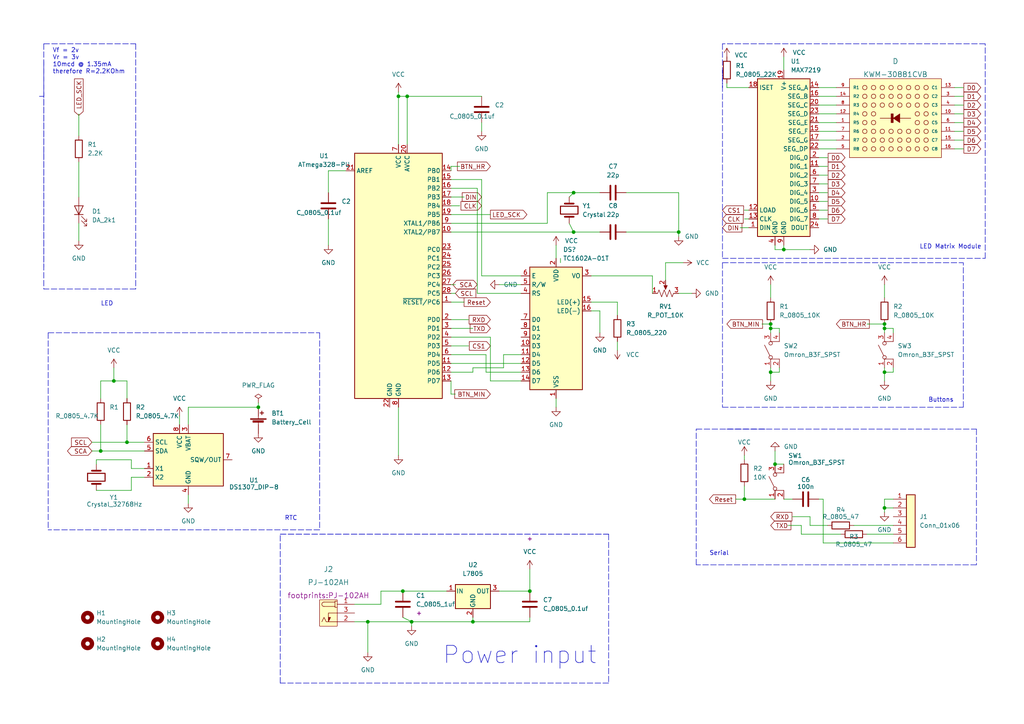
<source format=kicad_sch>
(kicad_sch (version 20211123) (generator eeschema)
  (paper "A4")
  (junction (at 137.16 180.34))
  (junction (at 223.52 93.98))
  (junction (at 256.54 93.98))
  (junction (at 29.21 130.81))
  (junction (at 33.02 110.49))
  (junction (at 224.79 134.62))
  (junction (at 166.37 55.88))
  (junction (at 223.52 95.25))
  (junction (at 116.84 171.45))
  (junction (at 166.37 67.31))
  (junction (at 153.67 171.45))
  (junction (at 256.54 107.95))
  (junction (at 256.54 147.32))
  (junction (at 223.52 107.95))
  (junction (at 115.57 27.94))
  (junction (at 106.68 180.34))
  (junction (at 256.54 95.25))
  (junction (at 215.9 144.78))
  (junction (at 196.85 67.31))
  (junction (at 74.93 118.11))
  (junction (at 118.11 27.94))
  (junction (at 119.38 180.34))
  (junction (at 227.33 72.39))
  (junction (at 36.83 128.27))
  (polyline (pts (xy 39.37 83.82) (xy 12.7 83.82)))
  (wire (pts (xy 33.02 110.49) (xy 36.83 110.49)))
  (polyline (pts (xy 209.55 118.11) (xy 279.4 118.11)))
  (wire (pts (xy 237.49 25.4) (xy 242.57 25.4)))
  (wire (pts (xy 38.1 133.35) (xy 27.94 133.35)))
  (wire (pts (xy 179.07 99.06) (xy 179.07 101.6)))
  (wire (pts (xy 138.43 85.09) (xy 138.43 54.61)))
  (wire (pts (xy 151.13 107.95) (xy 140.97 107.95)))
  (wire (pts (xy 38.1 135.89) (xy 38.1 133.35)))
  (wire (pts (xy 276.86 35.56) (xy 279.4 35.56)))
  (wire (pts (xy 196.85 55.88) (xy 196.85 67.31)))
  (wire (pts (xy 74.93 116.84) (xy 74.93 118.11)))
  (polyline (pts (xy 12.7 44.45) (xy 12.7 77.47)))
  (wire (pts (xy 144.78 171.45) (xy 153.67 171.45)))
  (wire (pts (xy 130.81 67.31) (xy 166.37 67.31)))
  (wire (pts (xy 130.81 110.49) (xy 130.81 114.3)))
  (polyline (pts (xy 11.43 27.94) (xy 12.7 27.94)))
  (wire (pts (xy 237.49 33.02) (xy 242.57 33.02)))
  (wire (pts (xy 215.9 60.96) (xy 217.17 60.96)))
  (wire (pts (xy 36.83 110.49) (xy 36.83 115.57)))
  (wire (pts (xy 229.87 149.86) (xy 234.95 149.86)))
  (wire (pts (xy 276.86 25.4) (xy 279.4 25.4)))
  (wire (pts (xy 130.81 59.69) (xy 133.35 59.69)))
  (polyline (pts (xy 92.71 96.52) (xy 92.71 153.67)))
  (wire (pts (xy 139.7 52.07) (xy 139.7 80.01)))
  (wire (pts (xy 276.86 33.02) (xy 279.4 33.02)))
  (wire (pts (xy 115.57 27.94) (xy 115.57 41.91)))
  (wire (pts (xy 217.17 25.4) (xy 210.82 25.4)))
  (wire (pts (xy 256.54 147.32) (xy 259.08 147.32)))
  (wire (pts (xy 139.7 52.07) (xy 130.81 52.07)))
  (wire (pts (xy 52.07 120.65) (xy 52.07 123.19)))
  (wire (pts (xy 102.87 175.26) (xy 110.49 175.26)))
  (wire (pts (xy 223.52 95.25) (xy 223.52 96.52)))
  (wire (pts (xy 27.94 133.35) (xy 27.94 134.62)))
  (wire (pts (xy 118.11 27.94) (xy 115.57 27.94)))
  (wire (pts (xy 256.54 107.95) (xy 256.54 110.49)))
  (wire (pts (xy 223.52 107.95) (xy 223.52 110.49)))
  (polyline (pts (xy 176.53 154.94) (xy 176.53 198.12)))
  (wire (pts (xy 213.36 144.78) (xy 215.9 144.78)))
  (wire (pts (xy 110.49 171.45) (xy 116.84 171.45)))
  (wire (pts (xy 54.61 123.19) (xy 54.61 118.11)))
  (wire (pts (xy 237.49 45.72) (xy 240.03 45.72)))
  (wire (pts (xy 237.49 48.26) (xy 240.03 48.26)))
  (wire (pts (xy 140.97 107.95) (xy 140.97 102.87)))
  (polyline (pts (xy 283.21 163.83) (xy 201.93 163.83)))
  (wire (pts (xy 119.38 180.34) (xy 137.16 180.34)))
  (wire (pts (xy 247.65 152.4) (xy 259.08 152.4)))
  (wire (pts (xy 237.49 144.78) (xy 238.76 144.78)))
  (wire (pts (xy 224.79 71.12) (xy 224.79 72.39)))
  (wire (pts (xy 165.1 64.77) (xy 166.37 67.31)))
  (wire (pts (xy 142.24 97.79) (xy 130.81 97.79)))
  (wire (pts (xy 215.9 63.5) (xy 217.17 63.5)))
  (polyline (pts (xy 39.37 12.7) (xy 39.37 83.82)))
  (wire (pts (xy 215.9 144.78) (xy 224.79 144.78)))
  (polyline (pts (xy 81.28 198.12) (xy 81.28 154.94)))
  (wire (pts (xy 130.81 48.26) (xy 133.35 48.26)))
  (wire (pts (xy 36.83 128.27) (xy 41.91 128.27)))
  (wire (pts (xy 215.9 132.08) (xy 215.9 133.35)))
  (polyline (pts (xy 283.21 124.46) (xy 283.21 163.83)))
  (wire (pts (xy 130.81 49.53) (xy 130.81 48.26)))
  (wire (pts (xy 27.94 142.24) (xy 38.1 142.24)))
  (wire (pts (xy 276.86 38.1) (xy 279.4 38.1)))
  (wire (pts (xy 226.06 95.25) (xy 223.52 95.25)))
  (wire (pts (xy 130.81 62.23) (xy 142.24 62.23)))
  (polyline (pts (xy 209.55 76.2) (xy 279.4 76.2)))
  (wire (pts (xy 224.79 130.81) (xy 224.79 134.62)))
  (wire (pts (xy 166.37 55.88) (xy 173.99 55.88)))
  (wire (pts (xy 234.95 152.4) (xy 234.95 149.86)))
  (wire (pts (xy 54.61 143.51) (xy 54.61 146.05)))
  (wire (pts (xy 116.84 179.07) (xy 119.38 180.34)))
  (wire (pts (xy 26.67 130.81) (xy 29.21 130.81)))
  (polyline (pts (xy 279.4 118.11) (xy 279.4 76.2)))
  (wire (pts (xy 153.67 180.34) (xy 153.67 179.07)))
  (wire (pts (xy 237.49 58.42) (xy 240.03 58.42)))
  (polyline (pts (xy 209.55 76.2) (xy 209.55 118.11)))
  (wire (pts (xy 144.78 82.55) (xy 151.13 82.55)))
  (wire (pts (xy 29.21 130.81) (xy 41.91 130.81)))
  (wire (pts (xy 95.25 63.5) (xy 95.25 71.12)))
  (wire (pts (xy 179.07 87.63) (xy 179.07 91.44)))
  (wire (pts (xy 256.54 82.55) (xy 256.54 86.36)))
  (wire (pts (xy 130.81 100.33) (xy 135.89 100.33)))
  (wire (pts (xy 238.76 144.78) (xy 238.76 157.48)))
  (polyline (pts (xy 12.7 17.78) (xy 12.7 27.94)))
  (wire (pts (xy 259.08 96.52) (xy 259.08 95.25)))
  (wire (pts (xy 130.81 105.41) (xy 151.13 105.41)))
  (polyline (pts (xy 12.7 26.67) (xy 12.7 44.45)))
  (wire (pts (xy 251.46 93.98) (xy 256.54 93.98)))
  (wire (pts (xy 29.21 123.19) (xy 29.21 130.81)))
  (wire (pts (xy 237.49 30.48) (xy 242.57 30.48)))
  (polyline (pts (xy 209.55 12.7) (xy 209.55 25.4)))
  (wire (pts (xy 226.06 106.68) (xy 226.06 107.95)))
  (wire (pts (xy 22.86 33.02) (xy 22.86 39.37)))
  (polyline (pts (xy 92.71 153.67) (xy 13.97 153.67)))
  (wire (pts (xy 130.81 95.25) (xy 137.16 95.25)))
  (wire (pts (xy 36.83 123.19) (xy 36.83 128.27)))
  (wire (pts (xy 166.37 67.31) (xy 173.99 67.31)))
  (wire (pts (xy 130.81 114.3) (xy 132.08 114.3)))
  (wire (pts (xy 256.54 106.68) (xy 256.54 107.95)))
  (polyline (pts (xy 13.97 96.52) (xy 13.97 153.67)))
  (polyline (pts (xy 209.55 20.32) (xy 209.55 74.93)))
  (polyline (pts (xy 201.93 163.83) (xy 201.93 124.46)))
  (polyline (pts (xy 285.75 74.93) (xy 285.75 12.7)))
  (wire (pts (xy 137.16 106.68) (xy 137.16 107.95)))
  (polyline (pts (xy 81.28 154.94) (xy 176.53 154.94)))
  (wire (pts (xy 171.45 90.17) (xy 173.99 90.17)))
  (polyline (pts (xy 209.55 74.93) (xy 285.75 74.93)))
  (wire (pts (xy 226.06 96.52) (xy 226.06 95.25)))
  (wire (pts (xy 220.98 93.98) (xy 223.52 93.98)))
  (wire (pts (xy 259.08 144.78) (xy 256.54 144.78)))
  (wire (pts (xy 151.13 80.01) (xy 139.7 80.01)))
  (wire (pts (xy 223.52 82.55) (xy 223.52 86.36)))
  (wire (pts (xy 237.49 38.1) (xy 242.57 38.1)))
  (wire (pts (xy 137.16 180.34) (xy 153.67 180.34)))
  (wire (pts (xy 137.16 107.95) (xy 130.81 107.95)))
  (wire (pts (xy 33.02 106.68) (xy 33.02 110.49)))
  (polyline (pts (xy 12.7 12.7) (xy 39.37 12.7)))
  (polyline (pts (xy 176.53 198.12) (xy 81.28 198.12)))
  (wire (pts (xy 237.49 40.64) (xy 242.57 40.64)))
  (wire (pts (xy 41.91 135.89) (xy 38.1 135.89)))
  (wire (pts (xy 115.57 26.67) (xy 115.57 27.94)))
  (wire (pts (xy 41.91 138.43) (xy 38.1 138.43)))
  (wire (pts (xy 158.75 55.88) (xy 166.37 55.88)))
  (wire (pts (xy 158.75 64.77) (xy 158.75 55.88)))
  (polyline (pts (xy 13.97 96.52) (xy 92.71 96.52)))
  (wire (pts (xy 26.67 128.27) (xy 36.83 128.27)))
  (wire (pts (xy 210.82 25.4) (xy 210.82 24.13)))
  (wire (pts (xy 259.08 106.68) (xy 259.08 107.95)))
  (wire (pts (xy 256.54 147.32) (xy 256.54 148.59)))
  (wire (pts (xy 130.81 92.71) (xy 135.89 92.71)))
  (polyline (pts (xy 285.75 12.7) (xy 209.55 12.7)))
  (wire (pts (xy 228.6 152.4) (xy 232.41 152.4)))
  (wire (pts (xy 130.81 82.55) (xy 132.08 82.55)))
  (wire (pts (xy 189.23 80.01) (xy 189.23 85.09)))
  (wire (pts (xy 193.04 81.28) (xy 193.04 76.2)))
  (wire (pts (xy 130.81 87.63) (xy 134.62 87.63)))
  (wire (pts (xy 130.81 64.77) (xy 158.75 64.77)))
  (wire (pts (xy 237.49 63.5) (xy 240.03 63.5)))
  (wire (pts (xy 259.08 107.95) (xy 256.54 107.95)))
  (wire (pts (xy 181.61 55.88) (xy 196.85 55.88)))
  (wire (pts (xy 256.54 144.78) (xy 256.54 147.32)))
  (wire (pts (xy 106.68 180.34) (xy 106.68 189.23)))
  (wire (pts (xy 232.41 152.4) (xy 232.41 154.94)))
  (wire (pts (xy 237.49 35.56) (xy 242.57 35.56)))
  (wire (pts (xy 115.57 118.11) (xy 115.57 132.08)))
  (wire (pts (xy 224.79 134.62) (xy 227.33 134.62)))
  (wire (pts (xy 196.85 67.31) (xy 181.61 67.31)))
  (wire (pts (xy 119.38 180.34) (xy 119.38 181.61)))
  (wire (pts (xy 259.08 95.25) (xy 256.54 95.25)))
  (wire (pts (xy 276.86 30.48) (xy 279.4 30.48)))
  (wire (pts (xy 116.84 171.45) (xy 129.54 171.45)))
  (wire (pts (xy 215.9 140.97) (xy 215.9 144.78)))
  (wire (pts (xy 138.43 54.61) (xy 130.81 54.61)))
  (wire (pts (xy 110.49 175.26) (xy 110.49 171.45)))
  (wire (pts (xy 227.33 72.39) (xy 234.95 72.39)))
  (wire (pts (xy 226.06 107.95) (xy 223.52 107.95)))
  (wire (pts (xy 237.49 50.8) (xy 240.03 50.8)))
  (wire (pts (xy 227.33 16.51) (xy 227.33 20.32)))
  (wire (pts (xy 276.86 27.94) (xy 279.4 27.94)))
  (wire (pts (xy 196.85 85.09) (xy 200.66 85.09)))
  (wire (pts (xy 196.85 67.31) (xy 196.85 68.58)))
  (wire (pts (xy 29.21 115.57) (xy 29.21 110.49)))
  (wire (pts (xy 227.33 71.12) (xy 227.33 72.39)))
  (wire (pts (xy 151.13 85.09) (xy 138.43 85.09)))
  (wire (pts (xy 139.7 38.1) (xy 139.7 35.56)))
  (polyline (pts (xy 12.7 12.7) (xy 12.7 83.82)))
  (wire (pts (xy 173.99 90.17) (xy 173.99 96.52)))
  (wire (pts (xy 171.45 87.63) (xy 179.07 87.63)))
  (wire (pts (xy 161.29 115.57) (xy 161.29 118.11)))
  (wire (pts (xy 153.67 165.1) (xy 153.67 171.45)))
  (wire (pts (xy 151.13 102.87) (xy 146.05 102.87)))
  (wire (pts (xy 161.29 71.12) (xy 161.29 74.93)))
  (wire (pts (xy 193.04 76.2) (xy 198.12 76.2)))
  (wire (pts (xy 234.95 152.4) (xy 240.03 152.4)))
  (wire (pts (xy 237.49 60.96) (xy 240.03 60.96)))
  (wire (pts (xy 276.86 40.64) (xy 279.4 40.64)))
  (wire (pts (xy 151.13 110.49) (xy 142.24 110.49)))
  (wire (pts (xy 166.37 55.88) (xy 165.1 57.15)))
  (wire (pts (xy 256.54 95.25) (xy 256.54 96.52)))
  (wire (pts (xy 140.97 102.87) (xy 130.81 102.87)))
  (wire (pts (xy 146.05 102.87) (xy 146.05 106.68)))
  (wire (pts (xy 95.25 49.53) (xy 95.25 55.88)))
  (wire (pts (xy 142.24 110.49) (xy 142.24 97.79)))
  (wire (pts (xy 171.45 80.01) (xy 189.23 80.01)))
  (wire (pts (xy 146.05 106.68) (xy 137.16 106.68)))
  (wire (pts (xy 38.1 138.43) (xy 38.1 142.24)))
  (wire (pts (xy 223.52 106.68) (xy 223.52 107.95)))
  (wire (pts (xy 238.76 157.48) (xy 259.08 157.48)))
  (wire (pts (xy 214.63 66.04) (xy 217.17 66.04)))
  (wire (pts (xy 118.11 41.91) (xy 118.11 27.94)))
  (wire (pts (xy 224.79 72.39) (xy 227.33 72.39)))
  (wire (pts (xy 162.56 74.93) (xy 162.56 76.2)))
  (wire (pts (xy 237.49 55.88) (xy 240.03 55.88)))
  (wire (pts (xy 130.81 85.09) (xy 132.08 85.09)))
  (wire (pts (xy 106.68 180.34) (xy 102.87 180.34)))
  (wire (pts (xy 227.33 144.78) (xy 229.87 144.78)))
  (wire (pts (xy 251.46 154.94) (xy 259.08 154.94)))
  (wire (pts (xy 119.38 180.34) (xy 106.68 180.34)))
  (wire (pts (xy 237.49 53.34) (xy 240.03 53.34)))
  (polyline (pts (xy 81.28 154.94) (xy 176.53 154.94)))
  (wire (pts (xy 130.81 57.15) (xy 134.62 57.15)))
  (wire (pts (xy 54.61 118.11) (xy 74.93 118.11)))
  (wire (pts (xy 100.33 49.53) (xy 95.25 49.53)))
  (wire (pts (xy 237.49 43.18) (xy 242.57 43.18)))
  (wire (pts (xy 276.86 43.18) (xy 279.4 43.18)))
  (wire (pts (xy 256.54 93.98) (xy 256.54 95.25)))
  (wire (pts (xy 22.86 46.99) (xy 22.86 57.15)))
  (polyline (pts (xy 201.93 124.46) (xy 222.25 124.46)))
  (wire (pts (xy 137.16 179.07) (xy 137.16 180.34)))
  (wire (pts (xy 118.11 27.94) (xy 139.7 27.94)))
  (polyline (pts (xy 210.82 124.46) (xy 283.21 124.46)))
  (wire (pts (xy 232.41 154.94) (xy 243.84 154.94)))
  (wire (pts (xy 223.52 93.98) (xy 223.52 95.25)))
  (wire (pts (xy 237.49 27.94) (xy 242.57 27.94)))
  (wire (pts (xy 22.86 64.77) (xy 22.86 69.85)))
  (wire (pts (xy 29.21 110.49) (xy 33.02 110.49)))
  (text "Buttons\n" (at 269.24 116.84 0) (effects (font (size 1.27 1.27)) (justify left bottom)))
  (text "Vf = 2v\nVr = 3v\n10mcd @ 1.35mA\ntherefore R=2.2KOhm" (at 15.24 21.59 0) (effects (font (size 1.27 1.27)) (justify left bottom)))
  (text "Power input" (at 128.27 193.04 0) (effects (font (size 5 5)) (justify left bottom)))
  (text "LED Matrix Module\n" (at 266.7 72.39 0) (effects (font (size 1.27 1.27)) (justify left bottom)))
  (text "RTC\n" (at 82.55 151.13 0) (effects (font (size 1.27 1.27)) (justify left bottom)))
  (text "Serial\n" (at 205.74 161.29 0) (effects (font (size 1.27 1.27)) (justify left bottom)))
  (text "LED\n" (at 29.21 88.9 0) (effects (font (size 1.27 1.27)) (justify left bottom)))
  (global_label "D4" (shape input) (at 284.48 35.56 180) (property "Intersheet References" "${INTERSHEET_REFS}" (effects hide)))
  (global_label "D2" (shape input) (at 245.11 50.8 180) (property "Intersheet References" "${INTERSHEET_REFS}" (effects hide)))
  (global_label "CLK" (shape input) (at 139.7 59.69 180) (property "Intersheet References" "${INTERSHEET_REFS}" (effects hide)))
  (global_label "CS1" (shape input) (at 142.24 100.33 180) (property "Intersheet References" "${INTERSHEET_REFS}" (effects hide)))
  (global_label "D3" (shape input) (at 284.48 33.02 180) (property "Intersheet References" "${INTERSHEET_REFS}" (effects hide)))
  (global_label "D5" (shape input) (at 245.11 58.42 180) (property "Intersheet References" "${INTERSHEET_REFS}" (effects hide)))
  (global_label "LED_SCK" (shape output) (at 142.24 62.23 0) (property "Intersheet References" "${INTERSHEET_REFS}" (effects hide)))
  (global_label "D1" (shape input) (at 284.48 27.94 180) (property "Intersheet References" "${INTERSHEET_REFS}" (effects hide)))
  (global_label "DIN" (shape input) (at 209.55 66.04 0) (property "Intersheet References" "${INTERSHEET_REFS}" (effects hide)))
  (global_label "D7" (shape input) (at 245.11 63.5 180) (property "Intersheet References" "${INTERSHEET_REFS}" (effects hide)))
  (global_label "CS1" (shape input) (at 209.55 60.96 0) (property "Intersheet References" "${INTERSHEET_REFS}" (effects hide)))
  (global_label "D1" (shape input) (at 245.11 48.26 180) (property "Intersheet References" "${INTERSHEET_REFS}" (effects hide)))
  (global_label "D5" (shape input) (at 284.48 38.1 180) (property "Intersheet References" "${INTERSHEET_REFS}" (effects hide)))
  (global_label "SCL" (shape input) (at 26.67 128.27 180) (property "Intersheet References" "${INTERSHEET_REFS}" (effects hide)))
  (global_label "RXD" (shape input) (at 223.52 149.86 0) (property "Intersheet References" "${INTERSHEET_REFS}" (effects hide)))
  (global_label "D4" (shape input) (at 245.11 55.88 180) (property "Intersheet References" "${INTERSHEET_REFS}" (effects hide)))
  (global_label "RXD" (shape input) (at 142.24 92.71 180) (property "Intersheet References" "${INTERSHEET_REFS}" (effects hide)))
  (global_label "D6" (shape input) (at 245.11 60.96 180) (property "Intersheet References" "${INTERSHEET_REFS}" (effects hide)))
  (global_label "LED_SCK" (shape output) (at 22.86 22.86 270) (property "Intersheet References" "${INTERSHEET_REFS}" (effects hide)))
  (global_label "D0" (shape input) (at 284.48 25.4 180) (property "Intersheet References" "${INTERSHEET_REFS}" (effects hide)))
  (global_label "D0" (shape input) (at 245.11 45.72 180) (property "Intersheet References" "${INTERSHEET_REFS}" (effects hide)))
  (global_label "D2" (shape input) (at 284.48 30.48 180) (property "Intersheet References" "${INTERSHEET_REFS}" (effects hide)))
  (global_label "TXD" (shape input) (at 223.52 152.4 0) (property "Intersheet References" "${INTERSHEET_REFS}" (effects hide)))
  (global_label "DIN" (shape input) (at 139.7 57.15 180) (property "Intersheet References" "${INTERSHEET_REFS}" (effects hide)))
  (global_label "BTN_MIN" (shape input) (at 142.24 114.3 180) (property "Intersheet References" "${INTERSHEET_REFS}" (effects hide)))
  (global_label "D7" (shape input) (at 284.48 43.18 180) (property "Intersheet References" "${INTERSHEET_REFS}" (effects hide)))
  (global_label "CLK" (shape input) (at 209.55 63.5 0) (property "Intersheet References" "${INTERSHEET_REFS}" (effects hide)))
  (global_label "SCA" (shape bidirectional) (at 138.43 82.55 180) (property "Intersheet References" "${INTERSHEET_REFS}" (effects hide)))
  (global_label "Reset" (shape input) (at 142.24 87.63 180) (property "Intersheet References" "${INTERSHEET_REFS}" (effects hide)))
  (global_label "Reset" (shape input) (at 205.74 144.78 0) (property "Intersheet References" "${INTERSHEET_REFS}" (effects hide)))
  (global_label "SCA" (shape bidirectional) (at 26.67 130.81 180) (property "Intersheet References" "${INTERSHEET_REFS}" (effects hide)))
  (global_label "SCL" (shape input) (at 132.08 85.09 0) (property "Intersheet References" "${INTERSHEET_REFS}" (effects hide)))
  (global_label "D3" (shape input) (at 245.11 53.34 180) (property "Intersheet References" "${INTERSHEET_REFS}" (effects hide)))
  (global_label "D6" (shape input) (at 284.48 40.64 180) (property "Intersheet References" "${INTERSHEET_REFS}" (effects hide)))
  (global_label "BTN_MIN" (shape input) (at 210.82 93.98 0) (property "Intersheet References" "${INTERSHEET_REFS}" (effects hide)))
  (global_label "BTN_HR" (shape input) (at 142.24 48.26 180) (property "Intersheet References" "${INTERSHEET_REFS}" (effects hide)))
  (global_label "TXD" (shape input) (at 142.24 95.25 180) (property "Intersheet References" "${INTERSHEET_REFS}" (effects hide)))
  (global_label "BTN_HR" (shape input) (at 242.57 93.98 0) (property "Intersheet References" "${INTERSHEET_REFS}" (effects hide)))
  (symbol (lib_id "HPS:VCC") (at 215.9 132.08 0) (unit 1)
    (property "Reference" "#PWR?" (effects hide))
    (property "Value" "VCC" (at 215.9 128.27 0))
  )
  (symbol (lib_id "HPS:Crystal_32768Hz") (at 165.1 60.96 270) (unit 1)
    (property "Reference" "Y1" (at 168.91 59.6899 90) (effects (justify left)))
    (property "Value" "Crystal" (at 168.91 62.2299 90) (effects (justify left)))
    (property "Footprint" "footprints:Crystal_SMD_2Pin_3.2x1.5mm" (effects hide))
    (property "Datasheet" "https://www.jauch.com/downloadfile/57fde22d50dbf_d3c203011c87952f2834/jtx310-auto-2-210512.pdf" (effects hide))
    (property "MFG" "Jauch Quartz" (effects hide))
    (property "MPN" "Q 0,032768-JTX310-12,5-20-T1-HMR-50K-LF" (effects hide))
    (property "Digikey PN" "1908-1314-1-ND" (effects hide))
    (property "Mouser PN" "N/A" (effects hide))
  )
  (symbol (lib_id "HPS:C_0805_0.1uf") (at 177.8 55.88 270) (unit 1)
    (property "Reference" "C7" (at 177.8 48.26 90))
    (property "Value" "22p" (at 177.8 50.8 90))
    (property "Footprint" "footprints:C_0805_2012Metric" (effects hide))
    (property "Datasheet" "https://datasheets.avx.com/X7RDielectric.pdf" (effects hide))
    (property "MFG" "AVX Corporation" (effects hide))
    (property "MPN" "08055C104KAT2A" (effects hide))
    (property "Digikey PN" "478-1395-1-ND" (effects hide))
    (property "Mouser PN" "N/A" (effects hide))
    (property "Voltage" "N/A" (effects hide))
    (property "Dielectric" "N/A" (effects hide))
    (property "Tolerance" "N/A" (effects hide))
  )
  (symbol (lib_id "HPS:GND") (at 74.93 125.73 0) (unit 1)
    (property "Reference" "#PWR?" (effects hide))
    (property "Value" "GND" (at 74.93 130.81 0))
  )
  (symbol (lib_id "HPS:GND") (at 200.66 85.09 90) (unit 1)
    (property "Reference" "#PWR?" (effects hide))
    (property "Value" "GND" (at 204.47 85.0899 90) (effects (justify right)))
  )
  (symbol (lib_id "HPS:MountingHole") (at 45.72 179.07 0) (unit 1)
    (property "Reference" "H3" (at 48.26 177.7999 0) (effects (justify left)))
    (property "Value" "MountingHole" (at 48.26 180.3399 0) (effects (justify left)))
    (property "Footprint" "footprints:MountingHole_3.2mm_M3" (effects hide))
  )
  (symbol (lib_id "HPS:LED_0805") (at 22.86 60.96 90) (unit 1)
    (property "Reference" "D1" (at 26.67 61.2901 90) (effects (justify right)))
    (property "Value" "DA_2k1" (at 26.67 63.8301 90) (effects (justify right)))
    (property "Footprint" "footprints:LED_0805_2012Metric" (effects hide))
    (property "Datasheet" "https://www.we-online.de/katalog/datasheet/150080RS75000.pdf" (effects hide))
    (property "MFG" "Würth Elektronik" (effects hide))
    (property "MPN" "150080RS75000" (effects hide))
    (property "Digikey PN" "732-4984-1-ND" (effects hide))
    (property "Mouser PN" "N/A" (effects hide))
  )
  (symbol (lib_id "HPS:VCC") (at 198.12 76.2 270) (unit 1)
    (property "Reference" "#PWR?" (effects hide))
    (property "Value" "VCC" (at 201.93 76.1999 90) (effects (justify left)))
  )
  (symbol (lib_id "HPS:L7805") (at 137.16 171.45 0) (unit 1)
    (property "Reference" "U2" (at 137.16 163.83 0))
    (property "Value" "L7805" (at 137.16 166.37 0))
    (property "Datasheet" "http://www.st.com/content/ccc/resource/technical/document/datasheet/41/4f/b3/b0/12/d4/47/88/CD00000444.pdf/files/CD00000444.pdf/jcr:content/translations/en.CD00000444.pdf" (effects hide))
  )
  (symbol (lib_id "HPS:Omron_B3F_SPST") (at 224.79 139.7 90) (unit 1)
    (property "Reference" "SW1" (at 228.6 132.15 90) (effects (justify right)))
    (property "Value" "Omron_B3F_SPST" (at 228.6 134.15 90) (effects (justify right)))
    (property "Footprint" "footprints:SW_SPST_Omron_B3FS-100xP" (effects hide))
    (property "Datasheet" "https://omronfs.omron.com/en_US/ecb/products/pdf/en-b3fs.pdf" (effects hide))
    (property "MFG" "Omron Electronics Inc-EMC Div" (effects hide))
    (property "MPN" "B3FS-1000P" (effects hide))
    (property "Digikey PN" "SW423CT-ND" (effects hide))
    (property "Mouser PN" "N/A" (effects hide))
  )
  (symbol (lib_id "HPS:PJ-102AH") (at 97.79 177.8 0) (unit 1)
    (property "Reference" "J2" (at 95.25 165.1 0) (effects (font (size 1.524 1.524))))
    (property "Value" "PJ-102AH" (at 95.25 168.91 0) (effects (font (size 1.524 1.524))))
    (property "Footprint" "footprints:PJ-102AH" (at 95.25 172.72 0) (effects (font (size 1.524 1.524))))
    (property "Datasheet" "https://www.cuidevices.com/product/resource/pj-102ah.pdf" (effects hide))
    (property "MFG" "CUI Devices" (effects hide))
    (property "MPN" "PJ-102AH" (effects hide))
    (property "Digikey PN" "CP-102AH-ND" (effects hide))
    (property "Mouser PN" "490-PJ-102AH" (effects hide))
  )
  (symbol (lib_id "HPS:MountingHole") (at 25.4 179.07 0) (unit 1)
    (property "Reference" "H1" (at 27.94 177.7999 0) (effects (justify left)))
    (property "Value" "MountingHole" (at 27.94 180.3399 0) (effects (justify left)))
    (property "Footprint" "footprints:MountingHole_3.2mm_M3" (effects hide))
  )
  (symbol (lib_id "HPS:R_0805_10K") (at 256.54 90.17 0) (unit 1)
    (property "Reference" "R2" (at 259.08 88.8999 0) (effects (justify left)))
    (property "Value" "R_0805_10K" (at 259.08 91.4399 0) (effects (justify left)))
    (property "Footprint" "footprints:R_0805_2012Metric" (effects hide))
    (property "Datasheet" "https://www.digikey.com/en/products/detail/yageo/RC0805FR-0710KL/727535" (effects hide))
    (property "MFG" "Yageo" (effects hide))
    (property "MPN" "RC0805FR-0710KL" (effects hide))
    (property "Digikey PN" "311-10.0KCRCT-ND" (effects hide))
    (property "Mouser PN" "N/A" (effects hide))
    (property "Power" "N/A" (effects hide))
    (property "Tolerance" "N/A" (effects hide))
  )
  (symbol (lib_id "HPS:C_0805_0.1uf") (at 116.84 175.26 180) (unit 1)
    (property "Reference" "C1" (at 120.65 172.7199 0) (effects (justify right)))
    (property "Value" "C_0805_1uf" (at 120.65 175.2599 0) (effects (justify right)))
    (property "Footprint" "footprints:C_0805_2012Metric" (effects hide))
    (property "Datasheet" "https://datasheets.avx.com/X7RDielectric.pdf" (effects hide))
    (property "MFG" "AVX Corporation" (effects hide))
    (property "MPN" "08055C104KAT2A" (effects hide))
    (property "Digikey PN" "478-1395-1-ND" (effects hide))
    (property "Mouser PN" "N/A" (effects hide))
    (property "Voltage" "+" (at 120.65 177.7999 0) (effects (justify right)))
    (property "Dielectric" "N/A" (effects hide))
    (property "Tolerance" "N/A" (effects hide))
  )
  (symbol (lib_id "HPS:GND") (at 196.85 68.58 0) (unit 1)
    (property "Reference" "#PWR?" (effects hide))
    (property "Value" "GND" (at 200.66 68.58 0))
  )
  (symbol (lib_id "HPS:ATmega328-PU") (at 115.57 80.01 0) (unit 1)
    (property "Reference" "U1" (at 93.98 45.1993 0))
    (property "Value" "ATmega328-PU" (at 93.98 47.7393 0))
    (property "Footprint" "footprints:DIP-28_W7.62mm" (effects hide))
    (property "Datasheet" "http://www.microchip.com/mymicrochip/filehandler.aspx?ddocname=en608326" (effects hide))
    (property "MFG" "On Shore Technology Inc." (effects hide))
    (property "MPN" "ED281DT" (effects hide))
    (property "Digikey PN" "ED3050-5-ND" (effects hide))
    (property "Mouser PN" "N/A" (effects hide))
  )
  (symbol (lib_id "HPS:VCC") (at 115.57 26.67 0) (unit 1)
    (property "Reference" "#PWR?" (effects hide))
    (property "Value" "VCC" (at 115.57 21.59 0))
  )
  (symbol (lib_id "HPS:VCC") (at 210.82 16.51 0) (unit 1)
    (property "Reference" "#PWR?" (effects hide))
    (property "Value" "VCC" (at 215 16 0))
  )
  (symbol (lib_id "HPS:R_0805_47") (at 243.84 152.4 270) (unit 1)
    (property "Reference" "R4" (at 243.84 147.15 90) (effects (justify top)))
    (property "Value" "R_0805_47" (at 243.84 149.15 90) (effects (justify top)))
    (property "Footprint" "footprints:R_0805_2012Metric" (effects hide))
    (property "Datasheet" "https://www.digikey.com/en/products/detail/yageo/RC0805FR-0747RL/727972" (effects hide))
    (property "MFG" "Yageo" (effects hide))
    (property "Digikey PN" "RC0805FR-0747RL " (effects hide))
    (property "Mouser PN" "N/A" (effects hide))
    (property "Power" "N/A" (effects hide))
    (property "Tolerance" "N/A" (effects hide))
    (property "MPN" "RC0805FR-0747RL " (effects hide))
  )
  (symbol (lib_id "HPS:R_0805_100K") (at 179.07 95.25 0) (unit 1)
    (property "Reference" "R3" (at 181.61 93.9799 0) (effects (justify left)))
    (property "Value" "R_0805_220" (at 181.61 96.5199 0) (effects (justify left)))
    (property "Footprint" "footprints:R_0805_2012Metric" (effects hide))
    (property "Datasheet" "https://www.digikey.com/en/products/detail/yageo/RC0805FR-07100KL/727544" (effects hide))
    (property "MFG" "Yageo" (effects hide))
    (property "MPN" "RC0805FR-07100KL" (effects hide))
    (property "Digikey PN" "311-100KCRCT-ND" (effects hide))
    (property "Mouser PN" "N/A" (effects hide))
    (property "Power" "N/A" (effects hide))
    (property "Tolerance" "N/A" (effects hide))
  )
  (symbol (lib_id "HPS:TC1602A-01T") (at 161.29 95.25 0) (unit 1)
    (property "Reference" "DS?" (at 163.3094 72.39 0) (effects (justify left)))
    (property "Value" "TC1602A-01T" (at 163.3094 74.93 0) (effects (justify left)))
    (property "Footprint" "footprints:TC1602A-01T" (effects hide))
    (property "Datasheet" "https://cdn-shop.adafruit.com/datasheets/TC1602A-01T.pdf" (effects hide))
    (property "MFG" "Adafruit" (effects hide))
    (property "MPN" "1447" (effects hide))
    (property "Digikey PN" "1528-2212-ND" (effects hide))
    (property "Mouser PN" "N/A" (effects hide))
  )
  (symbol (lib_id "HPS:R_0805_2.2K") (at 22.86 43.18 0) (unit 1)
    (property "Reference" "R1" (at 25.4 41.9099 0) (effects (justify left)))
    (property "Value" "2.2K" (at 25.4 44.4499 0) (effects (justify left)))
    (property "Footprint" "footprints:R_0805_2012Metric" (effects hide))
    (property "Datasheet" "https://www.digikey.com/en/products/detail/yageo/RC0805FR-072K2L/727676" (effects hide))
    (property "MFG" "N/A" (effects hide))
    (property "MPN" "N/A" (effects hide))
    (property "Digikey PN" "311-2.20KCRCT-ND" (effects hide))
    (property "Mouser PN" "N/A" (effects hide))
    (property "Power" "N/A" (effects hide))
    (property "Tolerance" "N/A" (effects hide))
  )
  (symbol (lib_id "HPS:VCC") (at 256.54 82.55 0) (unit 1)
    (property "Reference" "#PWR?" (effects hide))
    (property "Value" "VCC" (at 256.54 77.47 0))
  )
  (symbol (lib_id "HPS:GND") (at 115.57 132.08 0) (unit 1)
    (property "Reference" "#PWR?" (effects hide))
    (property "Value" "GND" (at 115.57 137.16 0))
  )
  (symbol (lib_id "HPS:R_0805_4.7K") (at 29.21 119.38 0) (unit 1)
    (property "Reference" "R1" (at 31.75 118.1099 0) (effects (justify left)))
    (property "Value" "R_0805_4.7K" (at 16.08 120.6499 0) (effects (justify left)))
    (property "Footprint" "footprints:R_0805_2012Metric" (effects hide))
    (property "Datasheet" "https://www.digikey.com/en/products/detail/yageo/RC0805FR-074K7L/727929" (effects hide))
    (property "MFG" "Yageo" (effects hide))
    (property "MPN" "RC0805FR-074K7L" (effects hide))
    (property "Digikey PN" "311-4.70KCRCT-ND" (effects hide))
    (property "Mouser PN" "N/A" (effects hide))
    (property "Power" "N/A" (effects hide))
    (property "Tolerance" "N/A" (effects hide))
  )
  (symbol (lib_id "HPS:R_0805_10K") (at 215.9 137.16 0) (unit 1)
    (property "Reference" "R2" (at 218.44 135.8899 0) (effects (justify left)))
    (property "Value" "10K" (at 218.44 138.4299 0) (effects (justify left)))
    (property "Footprint" "footprints:R_0805_2012Metric" (effects hide))
    (property "Datasheet" "https://www.digikey.com/en/products/detail/yageo/RC0805FR-0710KL/727535" (effects hide))
    (property "MFG" "Yageo" (effects hide))
    (property "MPN" "RC0805FR-0710KL" (effects hide))
    (property "Digikey PN" "311-10.0KCRCT-ND" (effects hide))
    (property "Mouser PN" "N/A" (effects hide))
    (property "Power" "N/A" (effects hide))
    (property "Tolerance" "N/A" (effects hide))
  )
  (symbol (lib_id "HPS:R_0805_22K") (at 210.82 20.32 0) (unit 1)
    (property "Reference" "R1" (at 213.36 19.0499 0) (effects (justify left)))
    (property "Value" "R_0805_22K" (at 213.36 21.5899 0) (effects (justify left)))
    (property "Footprint" "footprints:R_0805_2012Metric" (effects hide))
    (property "Datasheet" "https://www.digikey.com/en/products/detail/yageo/RC0805FR-0722KL/727736" (effects hide))
    (property "MFG" "Yageo" (effects hide))
    (property "MPN" "RC0805FR-0722KL" (effects hide))
    (property "Digikey PN" "311-22.0KCRCT-ND" (effects hide))
    (property "Mouser PN" "N/A" (effects hide))
    (property "Power" "N/A" (effects hide))
    (property "Tolerance" "N/A" (effects hide))
  )
  (symbol (lib_id "HPS:KWM-30881CVB") (at 259.08 34.29 0) (unit 1)
    (property "Reference" "D" (at 259.715 17.78 0) (effects (font (size 1.524 1.524))))
    (property "Value" "KWM-30881CVB" (at 259.715 21.59 0) (effects (font (size 1.524 1.524))))
    (property "Footprint" "footprints:KWM-30881CVB" (effects hide))
    (property "Datasheet" "https://cdn-shop.adafruit.com/datasheets/KWM-30881XVB.pdf" (effects hide))
    (property "MFG" "Adafruit" (effects hide))
    (property "MPN" "KWM-30881CVB" (effects hide))
    (property "Digikey PN" "N/A" (effects hide))
    (property "Mouser PN" "N/A" (effects hide))
  )
  (symbol (lib_id "HPS:DS1307_DIP-8") (at 54.61 133.35 0) (unit 1)
    (property "Reference" "U1" (at 73.66 139.27 0))
    (property "Value" "DS1307_DIP-8" (at 73.66 141.27 0))
    (property "Footprint" "footprints:DIP-8_W7.62mm" (effects hide))
    (property "Datasheet" "https://datasheets.maximintegrated.com/en/ds/DS1307.pdf" (effects hide))
    (property "MFG" "Assmann WSW Components" (effects hide))
    (property "MPN" "A 08-LC-TT" (effects hide))
    (property "Digikey PN" "AE9986-ND" (effects hide))
    (property "Mouser PN" "N/A" (effects hide))
  )
  (symbol (lib_id "HPS:Omron_B3F_SPST") (at 256.54 101.6 90) (unit 1)
    (property "Reference" "SW3" (at 260.35 100.3299 90) (effects (justify right)))
    (property "Value" "Omron_B3F_SPST" (at 260.35 102.8699 90) (effects (justify right)))
    (property "Footprint" "footprints:SW_SPST_Omron_B3FS-100xP" (effects hide))
    (property "Datasheet" "https://omronfs.omron.com/en_US/ecb/products/pdf/en-b3fs.pdf" (effects hide))
    (property "MFG" "Omron Electronics Inc-EMC Div" (effects hide))
    (property "MPN" "B3FS-1000P" (effects hide))
    (property "Digikey PN" "SW423CT-ND" (effects hide))
    (property "Mouser PN" "N/A" (effects hide))
  )
  (symbol (lib_id "HPS:GND") (at 223.52 110.49 0) (unit 1)
    (property "Reference" "#PWR?" (effects hide))
    (property "Value" "GND" (at 223.52 115.57 0))
  )
  (symbol (lib_id "HPS:GND") (at 54.61 146.05 0) (unit 1)
    (property "Reference" "#PWR?" (effects hide))
    (property "Value" "GND" (at 54.61 151.13 0))
  )
  (symbol (lib_id "HPS:GND") (at 106.68 189.23 0) (unit 1)
    (property "Reference" "#PWR?" (effects hide))
    (property "Value" "GND" (at 106.68 194.31 0))
  )
  (symbol (lib_id "HPS:GND") (at 144.78 82.55 270) (unit 1)
    (property "Reference" "#PWR?" (effects hide))
    (property "Value" "GND" (at 146.05 82.5499 90) (effects (justify left)))
  )
  (symbol (lib_id "HPS:MAX7219") (at 227.33 45.72 0) (unit 1)
    (property "Reference" "U1" (at 229.3494 17.78 0) (effects (justify left)))
    (property "Value" "MAX7219" (at 229.3494 20.32 0) (effects (justify left)))
    (property "Footprint" "footprints:DIP-24_W7.62mm" (effects hide))
    (property "Datasheet" "https://datasheets.maximintegrated.com/en/ds/MAX7219-MAX7221.pdf" (effects hide))
    (property "MFG" "On Shore Technology Inc." (effects hide))
    (property "MPN" "ED241DT" (effects hide))
    (property "Digikey PN" "ED3049-5-ND" (effects hide))
    (property "Mouser PN" "N/A" (effects hide))
  )
  (symbol (lib_id "HPS:GND") (at 173.99 96.52 0) (unit 1)
    (property "Reference" "#PWR?" (effects hide))
    (property "Value" "GND" (at 173.99 101.6 0))
  )
  (symbol (lib_id "HPS:VCC") (at 52.07 120.65 0) (unit 1)
    (property "Reference" "#PWR?" (effects hide))
    (property "Value" "VCC" (at 52.07 115.57 0))
  )
  (symbol (lib_id "HPS:MountingHole") (at 25.4 186.69 0) (unit 1)
    (property "Reference" "H2" (at 27.94 185.4199 0) (effects (justify left)))
    (property "Value" "MountingHole" (at 27.94 187.9599 0) (effects (justify left)))
    (property "Footprint" "footprints:MountingHole_3.2mm_M3" (effects hide))
  )
  (symbol (lib_id "HPS:VCC") (at 153.67 165.1 0) (unit 1)
    (property "Reference" "#PWR?" (effects hide))
    (property "Value" "VCC" (at 153.67 160.02 0))
  )
  (symbol (lib_id "HPS:C_0805_0.1uf") (at 139.7 31.75 0) (unit 1)
    (property "Reference" "C2" (at 143.51 30.4799 0) (effects (justify left)))
    (property "Value" "C_0805_0.1uf" (at 143.51 33.0199 0) (effects (justify right top)))
    (property "Footprint" "footprints:C_0805_2012Metric" (effects hide))
    (property "Datasheet" "https://datasheets.avx.com/X7RDielectric.pdf" (effects hide))
    (property "MFG" "AVX Corporation" (effects hide))
    (property "MPN" "08055C104KAT2A" (effects hide))
    (property "Digikey PN" "478-1395-1-ND" (effects hide))
    (property "Mouser PN" "N/A" (effects hide))
    (property "Voltage" "N/A" (effects hide))
    (property "Dielectric" "N/A" (effects hide))
    (property "Tolerance" "N/A" (effects hide))
  )
  (symbol (lib_id "HPS:GND") (at 161.29 118.11 0) (unit 1)
    (property "Reference" "#PWR?" (effects hide))
    (property "Value" "GND" (at 161.29 123.19 0))
  )
  (symbol (lib_id "HPS:Omron_B3F_SPST") (at 223.52 101.6 90) (unit 1)
    (property "Reference" "SW2" (at 227.33 100.3299 90) (effects (justify right)))
    (property "Value" "Omron_B3F_SPST" (at 227.33 102.8699 90) (effects (justify right)))
    (property "Footprint" "footprints:SW_SPST_Omron_B3FS-100xP" (effects hide))
    (property "Datasheet" "https://omronfs.omron.com/en_US/ecb/products/pdf/en-b3fs.pdf" (effects hide))
    (property "MFG" "Omron Electronics Inc-EMC Div" (effects hide))
    (property "MPN" "B3FS-1000P" (effects hide))
    (property "Digikey PN" "SW423CT-ND" (effects hide))
    (property "Mouser PN" "N/A" (effects hide))
  )
  (symbol (lib_id "HPS:VCC") (at 223.52 82.55 0) (unit 1)
    (property "Reference" "#PWR?" (effects hide))
    (property "Value" "VCC" (at 223.52 77.47 0))
  )
  (symbol (lib_id "HPS:C_0805_0.1uf") (at 153.67 175.26 180) (unit 1)
    (property "Reference" "C7" (at 157.48 173.9899 0) (effects (justify right)))
    (property "Value" "C_0805_0.1uf" (at 157.48 176.5299 0) (effects (justify right)))
    (property "Footprint" "footprints:C_0805_2012Metric" (effects hide))
    (property "Datasheet" "https://datasheets.avx.com/X7RDielectric.pdf" (effects hide))
    (property "MFG" "AVX Corporation" (effects hide))
    (property "MPN" "08055C104KAT2A" (effects hide))
    (property "Digikey PN" "478-1395-1-ND" (effects hide))
    (property "Mouser PN" "N/A" (effects hide))
    (property "Voltage" "+" (at 153.67 156.21 0))
    (property "Dielectric" "N/A" (effects hide))
    (property "Tolerance" "N/A" (effects hide))
  )
  (symbol (lib_id "HPS:R_0805_47") (at 247.65 154.94 270) (unit 1)
    (property "Reference" "R3" (at 247.65 154.94 90) (effects (justify top)))
    (property "Value" "R_0805_47" (at 247.65 157.15 90) (effects (justify top)))
    (property "Footprint" "footprints:R_0805_2012Metric" (effects hide))
    (property "Datasheet" "https://www.digikey.com/en/products/detail/yageo/RC0805FR-0747RL/727972" (effects hide))
    (property "MFG" "Yageo" (effects hide))
    (property "Digikey PN" "RC0805FR-0747RL " (effects hide))
    (property "Mouser PN" "N/A" (effects hide))
    (property "Power" "N/A" (effects hide))
    (property "Tolerance" "N/A" (effects hide))
    (property "MPN" "RC0805FR-0747RL " (effects hide))
  )
  (symbol (lib_id "HPS:GND") (at 95.25 71.12 0) (unit 1)
    (property "Reference" "#PWR?" (effects hide))
    (property "Value" "GND" (at 95.25 76.2 0))
  )
  (symbol (lib_id "HPS:R_POT_10K") (at 193.04 85.09 90) (unit 1)
    (property "Reference" "RV1" (at 193.04 88.9 90))
    (property "Value" "R_POT_10K" (at 193.04 91.44 90))
    (property "Footprint" "footprints:Potentiometer_Bourns_3386P_Vertical" (effects hide))
    (property "Datasheet" "https://www.bourns.com/docs/Product-Datasheets/3386.pdf" (effects hide))
    (property "MFG" "Bourns Inc." (effects hide))
    (property "MPN" "3386P-1-103TLF" (effects hide))
    (property "Digikey PN" "3386P-103TLF-ND" (effects hide))
    (property "Mouser PN" "N/A" (effects hide))
  )
  (symbol (lib_id "HPS:GND") (at 22.86 69.85 0) (unit 1)
    (property "Reference" "#PWR?" (effects hide))
    (property "Value" "GND" (at 22.86 74.93 0))
  )
  (symbol (lib_id "HPS:GND") (at 139.7 38.1 0) (unit 1)
    (property "Reference" "#PWR?" (effects hide))
    (property "Value" "GND" (at 139.7 43.18 0))
  )
  (symbol (lib_id "HPS:GND") (at 224.79 130.81 180) (unit 1)
    (property "Reference" "#PWR?" (effects hide))
    (property "Value" "GND" (at 227.33 129.5399 0) (effects (justify right)))
  )
  (symbol (lib_id "HPS:Conn_01x06") (at 264.16 149.86 0) (unit 1)
    (property "Reference" "J1" (at 266.7 149.8599 0) (effects (justify left)))
    (property "Value" "Conn_01x06" (at 266.7 152.3999 0) (effects (justify left)))
    (property "Footprint" "footprints:PinHeader_1x06_P2.54mm_Vertical" (effects hide))
    (property "Datasheet" "https://www.we-online.de/katalog/datasheet/6130xx11121.pdf" (effects hide))
    (property "MFG" "Würth Elektronik" (effects hide))
    (property "MPN" "61300611121" (effects hide))
    (property "Digikey PN" "732-5319-ND" (effects hide))
    (property "Mouser PN" "N/A" (effects hide))
  )
  (symbol (lib_id "HPS:GND") (at 256.54 110.49 0) (unit 1)
    (property "Reference" "#PWR?" (effects hide))
    (property "Value" "GND" (at 256.54 115.57 0))
  )
  (symbol (lib_id "HPS:C_0805_0.1uf") (at 233.68 144.78 270) (unit 1)
    (property "Reference" "C6" (at 233.68 139.15 90))
    (property "Value" "100n" (at 233.68 141.15 90))
    (property "Footprint" "footprints:C_0805_2012Metric" (effects hide))
    (property "Datasheet" "https://datasheets.avx.com/X7RDielectric.pdf" (effects hide))
    (property "MFG" "AVX Corporation" (effects hide))
    (property "MPN" "08055C104KAT2A" (effects hide))
    (property "Digikey PN" "478-1395-1-ND" (effects hide))
    (property "Mouser PN" "N/A" (effects hide))
    (property "Voltage" "N/A" (effects hide))
    (property "Dielectric" "N/A" (effects hide))
    (property "Tolerance" "N/A" (effects hide))
  )
  (symbol (lib_id "HPS:VCC") (at 227.33 16.51 0) (unit 1)
    (property "Reference" "#PWR?" (effects hide))
    (property "Value" "VCC" (at 229.87 15.2399 0) (effects (justify left)))
  )
  (symbol (lib_id "HPS:GND") (at 234.95 72.39 90) (unit 1)
    (property "Reference" "#PWR?" (effects hide))
    (property "Value" "GND" (at 238.76 72.3899 90) (effects (justify right)))
  )
  (symbol (lib_id "HPS:PWR_FLAG") (at 74.93 116.84 0) (unit 1)
    (property "Reference" "#FLG?" (effects hide))
    (property "Value" "PWR_FLAG" (at 74.93 111.76 0))
  )
  (symbol (lib_id "HPS:VCC") (at 179.07 101.6 180) (unit 1)
    (property "Reference" "#PWR?" (effects hide))
    (property "Value" "VCC" (at 181.61 102.8699 0) (effects (justify right)))
  )
  (symbol (lib_id "HPS:R_0805_10K") (at 223.52 90.17 0) (unit 1)
    (property "Reference" "R1" (at 226.06 88.8999 0) (effects (justify left)))
    (property "Value" "R_0805_10K" (at 226.06 91.4399 0) (effects (justify left)))
    (property "Footprint" "footprints:R_0805_2012Metric" (effects hide))
    (property "Datasheet" "https://www.digikey.com/en/products/detail/yageo/RC0805FR-0710KL/727535" (effects hide))
    (property "MFG" "Yageo" (effects hide))
    (property "MPN" "RC0805FR-0710KL" (effects hide))
    (property "Digikey PN" "311-10.0KCRCT-ND" (effects hide))
    (property "Mouser PN" "N/A" (effects hide))
    (property "Power" "N/A" (effects hide))
    (property "Tolerance" "N/A" (effects hide))
  )
  (symbol (lib_id "HPS:GND") (at 256.54 148.59 0) (unit 1)
    (property "Reference" "#PWR?" (effects hide))
    (property "Value" "GND" (at 256.54 153.67 0))
  )
  (symbol (lib_id "HPS:Battery_Cell") (at 74.93 123.19 0) (unit 1)
    (property "Reference" "BT1" (at 78.74 119.8879 0) (effects (justify left)))
    (property "Value" "Battery_Cell" (at 78.74 122.4279 0) (effects (justify left)))
    (property "Footprint" "footprints:BatteryHolder_Keystone_106_1x20mm" (effects hide))
    (property "Datasheet" "https://media.digikey.com/pdf/Data%20Sheets/Memory%20Protection%20PDFs/Coin_Cell_Guide.pdf" (effects hide))
    (property "MFG" "MPD (Memory Protection Devices)" (effects hide))
    (property "MPN" "BS-7" (effects hide))
    (property "Digikey PN" "BS-7-ND" (effects hide))
    (property "Mouser PN" "N/A" (effects hide))
  )
  (symbol (lib_id "HPS:VCC") (at 161.29 71.12 0) (unit 1)
    (property "Reference" "#PWR?" (effects hide))
    (property "Value" "VCC" (at 163.83 69.8499 0) (effects (justify left)))
  )
  (symbol (lib_id "HPS:VCC") (at 33.02 106.68 0) (unit 1)
    (property "Reference" "#PWR?" (effects hide))
    (property "Value" "VCC" (at 33.02 101.6 0))
  )
  (symbol (lib_id "HPS:R_0805_4.7K") (at 36.83 119.38 0) (unit 1)
    (property "Reference" "R2" (at 39.37 118.1099 0) (effects (justify left)))
    (property "Value" "R_0805_4.7K" (at 39.37 120.6499 0) (effects (justify left)))
    (property "Footprint" "footprints:R_0805_2012Metric" (effects hide))
    (property "Datasheet" "https://www.digikey.com/en/products/detail/yageo/RC0805FR-074K7L/727929" (effects hide))
    (property "MFG" "Yageo" (effects hide))
    (property "MPN" "RC0805FR-074K7L" (effects hide))
    (property "Digikey PN" "311-4.70KCRCT-ND" (effects hide))
    (property "Mouser PN" "N/A" (effects hide))
    (property "Power" "N/A" (effects hide))
    (property "Tolerance" "N/A" (effects hide))
  )
  (symbol (lib_id "HPS:C_0805_0.1uf") (at 95.25 59.69 0) (unit 1)
    (property "Reference" "C2" (at 99.06 58.4199 0) (effects (justify left)))
    (property "Value" "C_0805_0.1uf" (at 99.06 60.9599 0) (effects (justify right top)))
    (property "Footprint" "footprints:C_0805_2012Metric" (effects hide))
    (property "Datasheet" "https://datasheets.avx.com/X7RDielectric.pdf" (effects hide))
    (property "MFG" "AVX Corporation" (effects hide))
    (property "MPN" "08055C104KAT2A" (effects hide))
    (property "Digikey PN" "478-1395-1-ND" (effects hide))
    (property "Mouser PN" "N/A" (effects hide))
    (property "Voltage" "N/A" (effects hide))
    (property "Dielectric" "N/A" (effects hide))
    (property "Tolerance" "N/A" (effects hide))
  )
  (symbol (lib_id "HPS:Crystal_32768Hz") (at 27.94 138.43 90) (unit 1)
    (property "Reference" "Y1" (at 31.75 144.27 90) (effects (justify right)))
    (property "Value" "Crystal_32768Hz" (at 25.08 146.27 90) (effects (justify right)))
    (property "Footprint" "footprints:Crystal_SMD_2Pin_3.2x1.5mm" (effects hide))
    (property "Datasheet" "https://www.jauch.com/downloadfile/57fde22d50dbf_d3c203011c87952f2834/jtx310-auto-2-210512.pdf" (effects hide))
    (property "MFG" "Jauch Quartz" (effects hide))
    (property "MPN" "Q 0,032768-JTX310-12,5-20-T1-HMR-50K-LF" (effects hide))
    (property "Digikey PN" "1908-1314-1-ND" (effects hide))
    (property "Mouser PN" "N/A" (effects hide))
  )
  (symbol (lib_id "HPS:C_0805_0.1uf") (at 177.8 67.31 270) (unit 1)
    (property "Reference" "C8" (at 177.8 59.69 90))
    (property "Value" "22p" (at 177.8 62.23 90))
    (property "Footprint" "footprints:C_0805_2012Metric" (effects hide))
    (property "Datasheet" "https://datasheets.avx.com/X7RDielectric.pdf" (effects hide))
    (property "MFG" "AVX Corporation" (effects hide))
    (property "MPN" "08055C104KAT2A" (effects hide))
    (property "Digikey PN" "478-1395-1-ND" (effects hide))
    (property "Mouser PN" "N/A" (effects hide))
    (property "Voltage" "N/A" (effects hide))
    (property "Dielectric" "N/A" (effects hide))
    (property "Tolerance" "N/A" (effects hide))
  )
  (symbol (lib_id "HPS:GND") (at 119.38 181.61 0) (unit 1)
    (property "Reference" "#PWR?" (effects hide))
    (property "Value" "GND" (at 119.38 186.69 0))
  )
  (symbol (lib_id "HPS:MountingHole") (at 45.72 186.69 0) (unit 1)
    (property "Reference" "H4" (at 48.26 185.4199 0) (effects (justify left)))
    (property "Value" "MountingHole" (at 48.26 187.9599 0) (effects (justify left)))
    (property "Footprint" "footprints:MountingHole_3.2mm_M3" (effects hide))
  )
)
</source>
